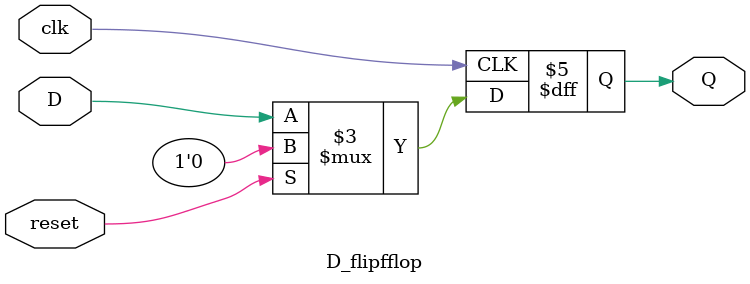
<source format=v>
`timescale 1ns / 1ps


module D_flipfflop(
input wire D,
input wire clk,
input wire reset,
output reg Q
);
always @(posedge clk) begin
if (reset) begin
Q <= 0;
end else begin
Q <= D;
end 
end 
endmodule



    
</source>
